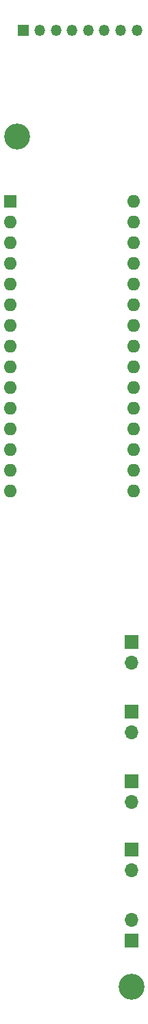
<source format=gbs>
G04 #@! TF.GenerationSoftware,KiCad,Pcbnew,(6.0.6)*
G04 #@! TF.CreationDate,2022-09-05T13:44:10+02:00*
G04 #@! TF.ProjectId,PAINTREv4,5041494e-5452-4457-9634-2e6b69636164,rev?*
G04 #@! TF.SameCoordinates,Original*
G04 #@! TF.FileFunction,Soldermask,Bot*
G04 #@! TF.FilePolarity,Negative*
%FSLAX46Y46*%
G04 Gerber Fmt 4.6, Leading zero omitted, Abs format (unit mm)*
G04 Created by KiCad (PCBNEW (6.0.6)) date 2022-09-05 13:44:10*
%MOMM*%
%LPD*%
G01*
G04 APERTURE LIST*
%ADD10C,3.200000*%
%ADD11R,1.350000X1.350000*%
%ADD12O,1.350000X1.350000*%
%ADD13R,1.700000X1.700000*%
%ADD14O,1.700000X1.700000*%
%ADD15R,1.600000X1.600000*%
%ADD16O,1.600000X1.600000*%
G04 APERTURE END LIST*
D10*
X142000000Y-151400000D03*
D11*
X128665000Y-33950000D03*
D12*
X130665000Y-33950000D03*
X132665000Y-33950000D03*
X134665000Y-33950000D03*
X136665000Y-33950000D03*
X138665000Y-33950000D03*
X140665000Y-33950000D03*
X142665000Y-33950000D03*
D13*
X142025000Y-126210000D03*
D14*
X142025000Y-128750000D03*
D13*
X142025000Y-117670000D03*
D14*
X142025000Y-120210000D03*
D10*
X127900000Y-47000000D03*
D15*
X127000000Y-55000000D03*
D16*
X127000000Y-57540000D03*
X127000000Y-60080000D03*
X127000000Y-62620000D03*
X127000000Y-65160000D03*
X127000000Y-67700000D03*
X127000000Y-70240000D03*
X127000000Y-72780000D03*
X127000000Y-75320000D03*
X127000000Y-77860000D03*
X127000000Y-80400000D03*
X127000000Y-82940000D03*
X127000000Y-85480000D03*
X127000000Y-88020000D03*
X127000000Y-90560000D03*
X142240000Y-90560000D03*
X142240000Y-88020000D03*
X142240000Y-85480000D03*
X142240000Y-82940000D03*
X142240000Y-80400000D03*
X142240000Y-77860000D03*
X142240000Y-75320000D03*
X142240000Y-72780000D03*
X142240000Y-70240000D03*
X142240000Y-67700000D03*
X142240000Y-65160000D03*
X142240000Y-62620000D03*
X142240000Y-60080000D03*
X142240000Y-57540000D03*
X142240000Y-55000000D03*
D13*
X142025000Y-134607000D03*
D14*
X142025000Y-137147000D03*
D13*
X142000000Y-145790000D03*
D14*
X142000000Y-143250000D03*
D13*
X142025000Y-109095000D03*
D14*
X142025000Y-111635000D03*
M02*

</source>
